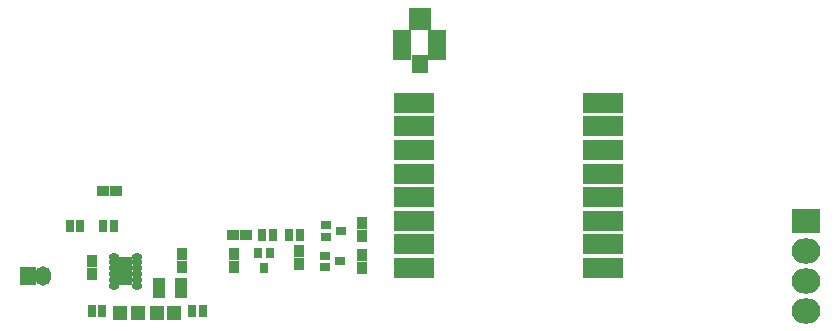
<source format=gts>
G04 #@! TF.FileFunction,Soldermask,Top*
%FSLAX46Y46*%
G04 Gerber Fmt 4.6, Leading zero omitted, Abs format (unit mm)*
G04 Created by KiCad (PCBNEW 4.0.5+dfsg1-4~bpo8+1) date Tue May  8 14:16:50 2018*
%MOMM*%
%LPD*%
G01*
G04 APERTURE LIST*
%ADD10C,0.100000*%
%ADD11R,1.500000X2.650000*%
%ADD12R,1.450000X1.500000*%
%ADD13R,1.924000X1.924000*%
%ADD14R,3.400000X1.700000*%
%ADD15R,1.350000X1.650000*%
%ADD16O,1.350000X1.650000*%
%ADD17R,0.900000X1.000000*%
%ADD18R,1.000000X0.900000*%
%ADD19R,1.197560X1.197560*%
%ADD20R,1.100000X1.700000*%
%ADD21R,0.910000X0.800000*%
%ADD22R,0.800000X1.000000*%
%ADD23R,2.432000X2.127200*%
%ADD24O,2.432000X2.127200*%
%ADD25O,0.900000X0.650000*%
%ADD26R,1.300000X2.400000*%
%ADD27R,0.800000X0.910000*%
G04 APERTURE END LIST*
D10*
D11*
X154325000Y-103200000D03*
X157275000Y-103200000D03*
D12*
X155800000Y-104750000D03*
D13*
X155800000Y-101000000D03*
D14*
X171310000Y-108060000D03*
X171310000Y-110060000D03*
X171310000Y-112060000D03*
X171310000Y-114060000D03*
X171310000Y-116060000D03*
X171310000Y-118060000D03*
X171310000Y-120060000D03*
X171310000Y-122060000D03*
X155310000Y-122060000D03*
X155310000Y-120060000D03*
X155310000Y-118060000D03*
X155310000Y-116060000D03*
X155310000Y-114060000D03*
X155310000Y-112060000D03*
X155310000Y-110060000D03*
X155310000Y-108060000D03*
D15*
X122630000Y-122770000D03*
D16*
X123880000Y-122770000D03*
D17*
X128020000Y-122540000D03*
X128020000Y-121440000D03*
X135670000Y-121940000D03*
X135670000Y-120840000D03*
X150900000Y-119350000D03*
X150900000Y-118250000D03*
X145600000Y-120650000D03*
X145600000Y-121750000D03*
X140100000Y-121950000D03*
X140100000Y-120850000D03*
D18*
X141050000Y-119300000D03*
X139950000Y-119300000D03*
X130070000Y-115530000D03*
X128970000Y-115530000D03*
D19*
X135019300Y-125840000D03*
X133520700Y-125840000D03*
X130420700Y-125840000D03*
X131919300Y-125840000D03*
D20*
X133710000Y-123740000D03*
X135610000Y-123740000D03*
D21*
X147750000Y-121000000D03*
X147750000Y-122000000D03*
X149050000Y-121500000D03*
X147850000Y-118400000D03*
X147850000Y-119400000D03*
X149150000Y-118900000D03*
D22*
X126170000Y-118540000D03*
X127070000Y-118540000D03*
X129870000Y-118540000D03*
X128970000Y-118540000D03*
X137420000Y-125740000D03*
X136520000Y-125740000D03*
X128020000Y-125740000D03*
X128920000Y-125740000D03*
X143350000Y-119300000D03*
X142450000Y-119300000D03*
D23*
X188520000Y-118040000D03*
D24*
X188520000Y-120580000D03*
X188520000Y-123120000D03*
X188520000Y-125660000D03*
D25*
X131820000Y-123590000D03*
X131820000Y-123090000D03*
X131820000Y-122590000D03*
X131820000Y-122090000D03*
X131820000Y-121590000D03*
X131820000Y-121090000D03*
X129920000Y-121090000D03*
X129920000Y-121590000D03*
X129920000Y-122090000D03*
X129920000Y-122590000D03*
X129920000Y-123090000D03*
X129920000Y-123590000D03*
D26*
X130870000Y-122340000D03*
D17*
X150900000Y-122050000D03*
X150900000Y-120950000D03*
D27*
X143100000Y-120750000D03*
X142100000Y-120750000D03*
X142600000Y-122050000D03*
D22*
X145650000Y-119300000D03*
X144750000Y-119300000D03*
M02*

</source>
